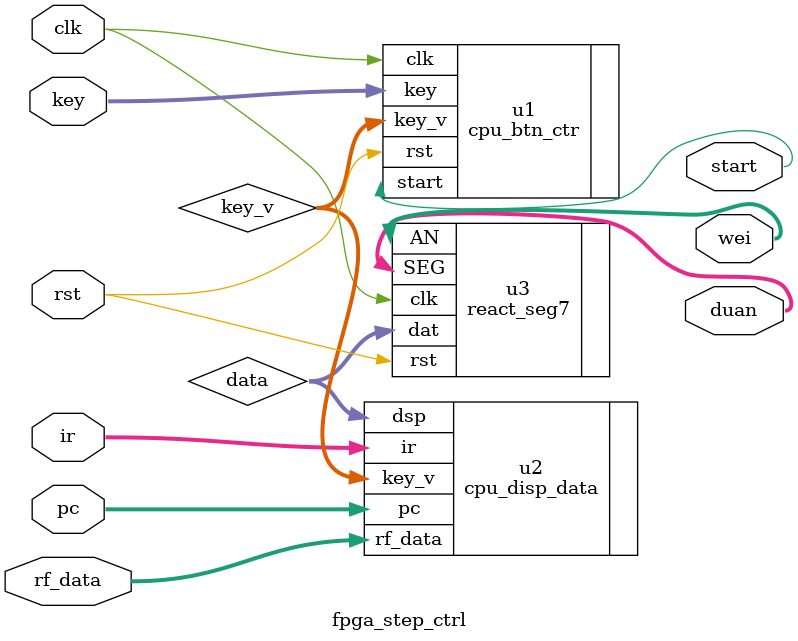
<source format=v>

module fpga_step_ctrl (
    input clk,rst,
    input [1:0] key,
    input [39:0] rf_data,
    input [7:0] pc,
    input [15:0] ir,

    output [7:0] duan,
    output [3:0] wei,
    output start
);
wire [2:0] key_v;
wire [15:0] data;

cpu_btn_ctr u1(
    .clk(clk),
    .rst(rst),
    .key(key),
    .start(start),
    .key_v(key_v)
);

cpu_disp_data u2(
    .key_v(key_v),
    .pc(pc),
    .ir(ir),
    .rf_data(rf_data),
    .dsp(data)
);

react_seg7 u3(
    .clk(clk),
    .rst(rst),
    .dat(data),
    .SEG(duan),
    .AN(wei)
);
endmodule //fpga_step_ctrl
</source>
